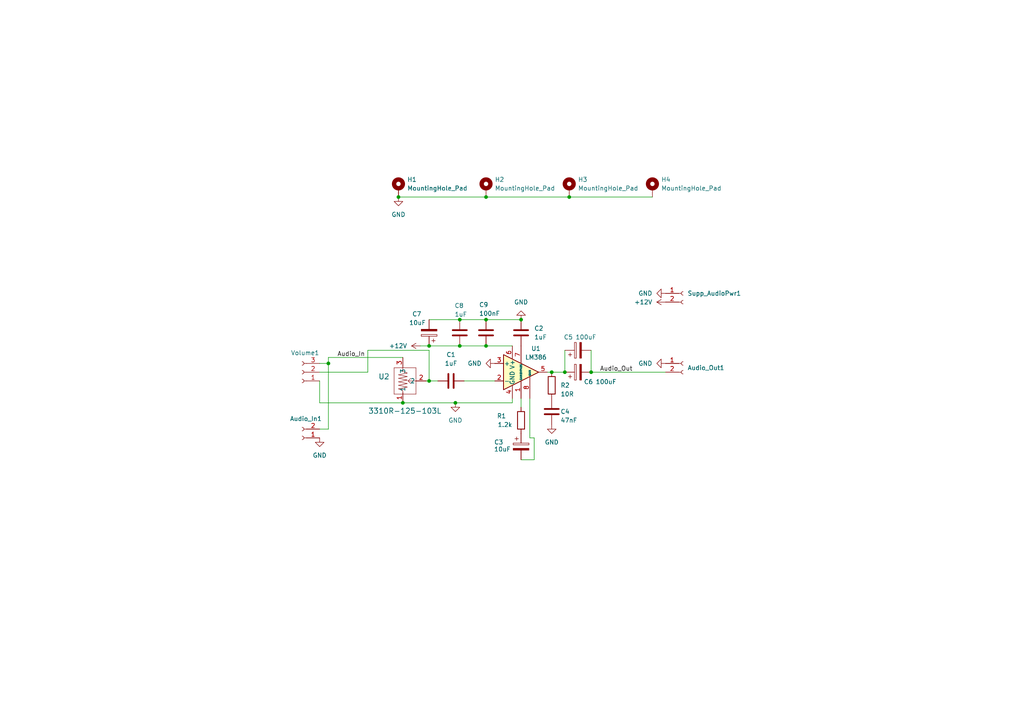
<source format=kicad_sch>
(kicad_sch (version 20231120) (generator "eeschema") (generator_version "8.0")
  (paper "A4")
  (title_block (title "Phasor Radio: Audio Power Amp") (date "2024-02-22") (rev "v1") (company "Stefan Meyre, HB9GZE"))
  (lib_symbols
    (symbol "Amplifier_Audio:LM386" (pin_names (offset 0.127))
      (property "Reference" "U" (at 1.27 7.62 0))
      (property "Value" "LM386" (at 1.27 5.08 0))
      (symbol "LM386_0_1"
        (polyline (pts (xy 5.08 0) (xy -5.08 5.08) (xy -5.08 -5.08) (xy 5.08 0)) (stroke (width 0.254)) (fill (type background)))
      )
      (symbol "LM386_1_1"
        (pin input line (at 0 -7.62 90) (length 5.08) (name "GAIN") (number "1"))
        (pin input line (at -7.62 -2.54 0) (length 2.54) (name "-") (number "2"))
        (pin input line (at -7.62 2.54 0) (length 2.54) (name "+") (number "3"))
        (pin power_in line (at -2.54 -7.62 90) (length 3.81) (name "GND") (number "4"))
        (pin output line (at 7.62 0 180) (length 2.54) (name "~") (number "5"))
        (pin power_in line (at -2.54 7.62 270) (length 3.81) (name "V+") (number "6"))
        (pin input line (at 0 7.62 270) (length 5.08) (name "BYPASS") (number "7"))
        (pin input line (at 2.54 -7.62 90) (length 6.35) (name "GAIN") (number "8"))
      )
    )
    (symbol "Connector:Conn_01x02_Socket" (pin_names (offset 1.016) hide)
      (property "Reference" "J" (at 0 2.54 0))
      (property "Value" "Conn_01x02_Socket" (at 0 -5.08 0))
      (symbol "Conn_01x02_Socket_1_1"
        (arc (start 0 -2.032) (mid -0.5058 -2.54) (end 0 -3.048) (stroke (width 0.1524)))
        (polyline (pts (xy -1.27 -2.54) (xy -0.508 -2.54)) (stroke (width 0.1524)))
        (polyline (pts (xy -1.27 0) (xy -0.508 0)) (stroke (width 0.1524)))
        (arc (start 0 0.508) (mid -0.5058 0) (end 0 -0.508) (stroke (width 0.1524)))
        (pin passive line (at -5.08 0 0) (length 3.81) (name "Pin_1") (number "1"))
        (pin passive line (at -5.08 -2.54 0) (length 3.81) (name "Pin_2") (number "2"))
      )
    )
    (symbol "Connector:Conn_01x03_Socket" (pin_names (offset 1.016) hide)
      (property "Reference" "J" (at 0 5.08 0))
      (property "Value" "Conn_01x03_Socket" (at 0 -5.08 0))
      (symbol "Conn_01x03_Socket_1_1"
        (arc (start 0 -2.032) (mid -0.5058 -2.54) (end 0 -3.048) (stroke (width 0.1524)))
        (polyline (pts (xy -1.27 -2.54) (xy -0.508 -2.54)) (stroke (width 0.1524)))
        (polyline (pts (xy -1.27 0) (xy -0.508 0)) (stroke (width 0.1524)))
        (polyline (pts (xy -1.27 2.54) (xy -0.508 2.54)) (stroke (width 0.1524)))
        (arc (start 0 0.508) (mid -0.5058 0) (end 0 -0.508) (stroke (width 0.1524)))
        (arc (start 0 3.048) (mid -0.5058 2.54) (end 0 2.032) (stroke (width 0.1524)))
        (pin passive line (at -5.08 2.54 0) (length 3.81) (name "Pin_1") (number "1"))
        (pin passive line (at -5.08 0 0) (length 3.81) (name "Pin_2") (number "2"))
        (pin passive line (at -5.08 -2.54 0) (length 3.81) (name "Pin_3") (number "3"))
      )
    )
    (symbol "Device:C" (pin_numbers hide) (pin_names (offset 0.254))
      (property "Reference" "C" (at 0.635 2.54 0))
      (property "Value" "C" (at 0.635 -2.54 0))
      (symbol "C_0_1"
        (polyline (pts (xy -2.032 -0.762) (xy 2.032 -0.762)) (stroke (width 0.508)))
        (polyline (pts (xy -2.032 0.762) (xy 2.032 0.762)) (stroke (width 0.508)))
      )
      (symbol "C_1_1"
        (pin passive line (at 0 3.81 270) (length 2.794) (name "~") (number "1"))
        (pin passive line (at 0 -3.81 90) (length 2.794) (name "~") (number "2"))
      )
    )
    (symbol "Device:C_Polarized" (pin_numbers hide) (pin_names (offset 0.254))
      (property "Reference" "C" (at 0.635 2.54 0))
      (property "Value" "C_Polarized" (at 0.635 -2.54 0))
      (symbol "C_Polarized_0_1"
        (rectangle (start -2.286 0.508) (end 2.286 1.016))
        (polyline (pts (xy -1.778 2.286) (xy -0.762 2.286)))
        (polyline (pts (xy -1.27 2.794) (xy -1.27 1.778)))
        (rectangle (start 2.286 -0.508) (end -2.286 -1.016) (fill (type outline)))
      )
      (symbol "C_Polarized_1_1"
        (pin passive line (at 0 3.81 270) (length 2.794) (name "~") (number "1"))
        (pin passive line (at 0 -3.81 90) (length 2.794) (name "~") (number "2"))
      )
    )
    (symbol "Device:R" (pin_numbers hide) (pin_names (offset 0))
      (property "Reference" "R" (at 2.032 0 90))
      (property "Value" "R" (at 0 0 90))
      (symbol "R_0_1"
        (rectangle (start -1.016 -2.54) (end 1.016 2.54) (stroke (width 0.254)))
      )
      (symbol "R_1_1"
        (pin passive line (at 0 3.81 270) (length 1.27) (name "~") (number "1"))
        (pin passive line (at 0 -3.81 90) (length 1.27) (name "~") (number "2"))
      )
    )
    (symbol "Mechanical:MountingHole_Pad" (pin_numbers hide) (pin_names (offset 1.016) hide)
      (property "Reference" "H" (at 0 6.35 0))
      (property "Value" "MountingHole_Pad" (at 0 4.445 0))
      (symbol "MountingHole_Pad_0_1"
        (circle (center 0 1.27) (radius 1.27) (stroke (width 1.27)))
      )
      (symbol "MountingHole_Pad_1_1"
        (pin input line (at 0 -2.54 90) (length 2.54) (name "1") (number "1"))
      )
    )
    (symbol "Private:3310R-125-103L" (pin_names (offset 0.254))
      (property "Reference" "U" (at 19.05 -6.35 0))
      (property "Value" "3310R-125-103L" (at 19.05 -8.89 0))
      (property "Footprint" "Private:3310R-125-103L" (at -5.08 -13.97 0))
      (symbol "3310R-125-103L_1_1"
        (polyline (pts (xy 16.51 -17.78) (xy 24.13 -17.78)) (stroke (width 0.127)))
        (polyline (pts (xy 16.51 -13.97) (xy 17.526 -13.97)) (stroke (width 0.127)))
        (polyline (pts (xy 16.51 -11.43) (xy 16.51 -17.78)) (stroke (width 0.127)))
        (polyline (pts (xy 17.526 -13.97) (xy 18.034 -12.7)) (stroke (width 0.127)))
        (polyline (pts (xy 18.034 -12.7) (xy 18.542 -15.24)) (stroke (width 0.127)))
        (polyline (pts (xy 18.542 -15.24) (xy 19.05 -12.7)) (stroke (width 0.127)))
        (polyline (pts (xy 19.05 -12.7) (xy 19.558 -15.24)) (stroke (width 0.127)))
        (polyline (pts (xy 19.558 -15.24) (xy 20.066 -12.7)) (stroke (width 0.127)))
        (polyline (pts (xy 20.066 -12.7) (xy 20.574 -15.24)) (stroke (width 0.127)))
        (polyline (pts (xy 20.32 -15.494) (xy 19.558 -16.256)) (stroke (width 0.127)))
        (polyline (pts (xy 20.32 -15.494) (xy 20.32 -17.78)) (stroke (width 0.127)))
        (polyline (pts (xy 20.32 -15.494) (xy 21.082 -16.256)) (stroke (width 0.127)))
        (polyline (pts (xy 20.574 -15.24) (xy 21.082 -12.7)) (stroke (width 0.127)))
        (polyline (pts (xy 21.082 -12.7) (xy 21.59 -15.24)) (stroke (width 0.127)))
        (polyline (pts (xy 21.59 -15.24) (xy 22.098 -12.7)) (stroke (width 0.127)))
        (polyline (pts (xy 22.098 -12.7) (xy 22.606 -15.24)) (stroke (width 0.127)))
        (polyline (pts (xy 22.606 -15.24) (xy 23.114 -13.97)) (stroke (width 0.127)))
        (polyline (pts (xy 23.114 -13.97) (xy 24.13 -13.97)) (stroke (width 0.127)))
        (polyline (pts (xy 24.13 -17.78) (xy 24.13 -11.43)) (stroke (width 0.127)))
        (polyline (pts (xy 24.13 -11.43) (xy 16.51 -11.43)) (stroke (width 0.127)))
        (pin unspecified line (at 13.97 -13.97 0) (length 3) (name "1") (number "1"))
        (pin unspecified line (at 20.32 -20.78 90) (length 3) (name "2") (number "2"))
        (pin unspecified line (at 27.13 -13.97 180) (length 3) (name "3") (number "3"))
      )
    )
    (symbol "power:+12V" (power) (pin_names (offset 0))
      (property "Value" "+12V" (at 0 3.556 0))
      (symbol "+12V_0_1"
        (polyline (pts (xy -0.762 1.27) (xy 0 2.54)))
        (polyline (pts (xy 0 0) (xy 0 2.54)))
        (polyline (pts (xy 0 2.54) (xy 0.762 1.27)))
      )
      (symbol "+12V_1_1"
        (pin power_in line (at 0 0 90) (length 0) hide (name "+12V") (number "1"))
      )
    )
    (symbol "power:GND" (power) (pin_names (offset 0))
      (property "Value" "GND" (at 0 -3.81 0))
      (symbol "GND_0_1"
        (polyline (pts (xy 0 0) (xy 0 -1.27) (xy 1.27 -1.27) (xy 0 -2.54) (xy -1.27 -1.27) (xy 0 -1.27)))
      )
      (symbol "GND_1_1"
        (pin power_in line (at 0 0 270) (length 0) hide (name "GND") (number "1"))
      )
    )
  )
  (junction (at 163.83 107.95))
  (junction (at 95.25 105.41))
  (junction (at 133.35 92.71))
  (junction (at 140.97 100.33))
  (junction (at 124.46 110.49))
  (junction (at 133.35 100.33))
  (junction (at 140.97 57.15))
  (junction (at 132.08 116.84))
  (junction (at 151.13 92.71))
  (junction (at 160.02 107.95))
  (junction (at 165.1 57.15))
  (junction (at 140.97 92.71))
  (junction (at 116.84 116.84))
  (junction (at 115.57 57.15))
  (junction (at 171.45 107.95))
  (junction (at 124.46 100.33))
  (wire (pts (xy 151.13 115.57) (xy 151.13 118.11)))
  (wire (pts (xy 148.59 116.84) (xy 148.59 115.57)))
  (wire (pts (xy 132.08 116.84) (xy 148.59 116.84)))
  (wire (pts (xy 106.68 101.6) (xy 124.46 101.6)))
  (wire (pts (xy 124.46 100.33) (xy 133.35 100.33)))
  (wire (pts (xy 121.92 100.33) (xy 124.46 100.33)))
  (wire (pts (xy 160.02 107.95) (xy 163.83 107.95)))
  (wire (pts (xy 154.94 127) (xy 153.67 127)))
  (wire (pts (xy 133.35 100.33) (xy 140.97 100.33)))
  (wire (pts (xy 154.94 133.35) (xy 154.94 127)))
  (wire (pts (xy 95.25 124.46) (xy 95.25 105.41)))
  (wire (pts (xy 92.71 105.41) (xy 95.25 105.41)))
  (wire (pts (xy 140.97 92.71) (xy 151.13 92.71)))
  (wire (pts (xy 95.25 105.41) (xy 95.25 103.68)))
  (wire (pts (xy 124.46 101.6) (xy 124.46 110.49)))
  (wire (pts (xy 124.46 110.49) (xy 127 110.49)))
  (wire (pts (xy 95.25 103.68) (xy 116.84 103.68)))
  (wire (pts (xy 140.97 100.33) (xy 148.59 100.33)))
  (wire (pts (xy 134.62 110.49) (xy 143.51 110.49)))
  (wire (pts (xy 116.84 116.84) (xy 132.08 116.84)))
  (wire (pts (xy 165.1 57.15) (xy 189.23 57.15)))
  (wire (pts (xy 115.57 57.15) (xy 140.97 57.15)))
  (wire (pts (xy 140.97 57.15) (xy 165.1 57.15)))
  (wire (pts (xy 163.83 101.6) (xy 163.83 107.95)))
  (wire (pts (xy 151.13 133.35) (xy 154.94 133.35)))
  (wire (pts (xy 124.46 92.71) (xy 133.35 92.71)))
  (wire (pts (xy 92.71 107.95) (xy 106.68 107.95)))
  (wire (pts (xy 171.45 107.95) (xy 193.04 107.95)))
  (wire (pts (xy 171.45 101.6) (xy 171.45 107.95)))
  (wire (pts (xy 106.68 107.95) (xy 106.68 101.6)))
  (wire (pts (xy 116.84 116.84) (xy 92.71 116.84)))
  (wire (pts (xy 92.71 124.46) (xy 95.25 124.46)))
  (wire (pts (xy 153.67 115.57) (xy 153.67 127)))
  (wire (pts (xy 123.65 110.49) (xy 124.46 110.49)))
  (wire (pts (xy 158.75 107.95) (xy 160.02 107.95)))
  (wire (pts (xy 92.71 116.84) (xy 92.71 110.49)))
  (wire (pts (xy 133.35 92.71) (xy 140.97 92.71)))
  (label "Audio_In" (at 97.8195 103.68 0))
  (label "Audio_Out" (at 173.99 107.95 0))
  (symbol (lib_id "power:GND") (at 160.02 123.19 0) (unit 1)
    (property "Reference" "#PWR03" (effects (hide yes)))
    (property "Value" "GND" (at 160.02 128.27 0))
  )
  (symbol (lib_id "Connector:Conn_01x02_Socket") (at 198.12 105.41 0) (unit 1)
    (property "Reference" "Audio_Out1" (at 199.39 106.68 0) (effects (justify left)))
    (property "Value" "Conn_01x02_Socket" (effects (hide yes)))
    (property "Footprint" "Connector_JST:JST_EH_B2B-EH-A_1x02_P2.50mm_Vertical" (effects (hide yes)))
  )
  (symbol (lib_id "Device:C_Polarized") (at 167.64 101.6 90) (unit 1)
    (property "Reference" "C5" (at 164.846 97.79 90))
    (property "Value" "100uF" (at 169.926 97.79 90))
    (property "Footprint" "Capacitor_SMD:CP_Elec_6.3x5.7" (effects (hide yes)))
  )
  (symbol (lib_id "Connector:Conn_01x02_Socket") (at 198.12 85.09 0) (unit 1)
    (property "Reference" "Supp_AudioPwr1" (at 199.39 85.09 0) (effects (justify left)))
    (property "Value" "Supp_AudioPwr" (effects (hide yes)))
    (property "Footprint" "Connector_JST:JST_EH_B2B-EH-A_1x02_P2.50mm_Vertical" (effects (hide yes)))
  )
  (symbol (lib_id "Device:C_Polarized") (at 124.46 96.52 180) (unit 1)
    (property "Reference" "C7" (at 122.2388 91.0748 0) (effects (justify left)))
    (property "Value" "10uF" (at 123.5088 93.6148 0) (effects (justify left)))
    (property "Footprint" "Capacitor_SMD:CP_Elec_5x3.9" (effects (hide yes)))
  )
  (symbol (lib_id "power:GND") (at 132.08 116.84 0) (unit 1)
    (property "Reference" "#PWR01" (effects (hide yes)))
    (property "Value" "GND" (at 132.08 121.92 0))
  )
  (symbol (lib_id "Connector:Conn_01x02_Socket") (at 87.63 127 180) (unit 1)
    (property "Reference" "Audio_In1" (at 88.7219 121.4533 0))
    (property "Value" "Conn_01x02_Socket" (effects (hide yes)))
    (property "Footprint" "Connector_JST:JST_EH_B2B-EH-A_1x02_P2.50mm_Vertical" (effects (hide yes)))
  )
  (symbol (lib_id "Device:C") (at 130.81 110.49 90) (unit 1)
    (property "Reference" "C1" (at 130.81 102.87 90))
    (property "Value" "1uF" (at 130.81 105.41 90))
    (property "Footprint" "Capacitor_SMD:C_0805_2012Metric_Pad1.18x1.45mm_HandSolder" (effects (hide yes)))
  )
  (symbol (lib_id "Connector:Conn_01x03_Socket") (at 87.63 107.95 180) (unit 1)
    (property "Reference" "Volume1" (at 88.4814 102.3516 0))
    (property "Value" "Volume" (effects (hide yes)))
    (property "Footprint" "Connector_JST:JST_EH_B3B-EH-A_1x03_P2.50mm_Vertical" (effects (hide yes)))
  )
  (symbol (lib_id "power:GND") (at 115.57 57.15 0) (unit 1)
    (property "Reference" "#PWR08" (effects (hide yes)))
    (property "Value" "GND" (at 115.57 62.23 0))
  )
  (symbol (lib_id "Amplifier_Audio:LM386") (at 151.13 107.95 0) (unit 1)
    (property "Reference" "U1" (at 155.448 101.092 0))
    (property "Value" "LM386" (at 155.448 103.632 0))
    (property "Footprint" "Package_SO:SOIC-8_3.9x4.9mm_P1.27mm" (effects (hide yes)))
    (property "Datasheet" "http://www.ti.com/lit/ds/symlink/lm386.pdf" (effects (hide yes)))
  )
  (symbol (lib_id "Device:R") (at 151.13 121.92 0) (mirror x) (unit 1)
    (property "Reference" "R1" (at 146.812 120.65 0) (effects (justify right)))
    (property "Value" "1.2k" (at 148.59 123.19 0) (effects (justify right)))
    (property "Footprint" "Resistor_SMD:R_0805_2012Metric_Pad1.20x1.40mm_HandSolder" (effects (hide yes)))
  )
  (symbol (lib_id "Device:R") (at 160.02 111.76 180) (unit 1)
    (property "Reference" "R2" (at 162.56 111.76 0) (effects (justify right)))
    (property "Value" "10R" (at 162.56 114.3 0) (effects (justify right)))
    (property "Footprint" "Resistor_SMD:R_0805_2012Metric_Pad1.20x1.40mm_HandSolder" (effects (hide yes)))
  )
  (symbol (lib_id "power:GND") (at 193.04 85.09 270) (unit 1)
    (property "Reference" "#PWR06" (effects (hide yes)))
    (property "Value" "GND" (at 189.23 85.09 90) (effects (justify right)))
  )
  (symbol (lib_id "power:GND") (at 143.51 105.41 270) (unit 1)
    (property "Reference" "#PWR02" (effects (hide yes)))
    (property "Value" "GND" (at 139.7 105.41 90) (effects (justify right)))
  )
  (symbol (lib_id "Private:3310R-125-103L") (at 102.87 130.81 90) (unit 1)
    (property "Reference" "U2" (at 113.03 109.22 90) (effects (font (size 1.524 1.524)) (justify left)))
    (property "Value" "3310R-125-103L" (at 128.0776 119.184 90) (effects (font (size 1.524 1.524)) (justify left)))
    (property "Footprint" "Private:3310R-125-103L" (effects (hide yes)))
    (property "Datasheet" "3310R-125-103L" (effects (hide yes)))
  )
  (symbol (lib_id "Device:C") (at 151.13 96.52 180) (unit 1)
    (property "Reference" "C2" (at 154.94 95.25 0) (effects (justify right)))
    (property "Value" "1uF" (at 154.94 97.79 0) (effects (justify right)))
    (property "Footprint" "Capacitor_SMD:C_0805_2012Metric_Pad1.18x1.45mm_HandSolder" (effects (hide yes)))
  )
  (symbol (lib_id "Device:C_Polarized") (at 151.13 129.54 0) (unit 1)
    (property "Reference" "C3" (at 143.3 128.2535 0) (effects (justify left)))
    (property "Value" "10uF" (at 143.256 130.302 0) (effects (justify left)))
    (property "Footprint" "Capacitor_SMD:CP_Elec_5x3.9" (effects (hide yes)))
  )
  (symbol (lib_id "power:GND") (at 92.71 127 0) (unit 1)
    (property "Reference" "#PWR09" (effects (hide yes)))
    (property "Value" "GND" (at 92.71 132.08 0))
  )
  (symbol (lib_id "power:+12V") (at 121.92 100.33 90) (unit 1)
    (property "Reference" "#PWR05" (effects (hide yes)))
    (property "Value" "+12V" (at 118.11 100.33 90) (effects (justify left)))
  )
  (symbol (lib_id "Mechanical:MountingHole_Pad") (at 140.97 54.61 0) (unit 1)
    (property "Reference" "H2" (at 143.51 52.07 0) (effects (justify left)))
    (property "Value" "MountingHole_Pad" (at 143.51 54.61 0) (effects (justify left)))
    (property "Footprint" "MountingHole:MountingHole_2.5mm_Pad_TopBottom" (effects (hide yes)))
  )
  (symbol (lib_id "power:GND") (at 193.04 105.41 270) (unit 1)
    (property "Reference" "#PWR010" (effects (hide yes)))
    (property "Value" "GND" (at 189.23 105.41 90) (effects (justify right)))
  )
  (symbol (lib_id "power:GND") (at 151.13 92.71 180) (unit 1)
    (property "Reference" "#PWR04" (effects (hide yes)))
    (property "Value" "GND" (at 151.13 87.63 0))
  )
  (symbol (lib_id "Mechanical:MountingHole_Pad") (at 189.23 54.61 0) (unit 1)
    (property "Reference" "H4" (at 191.77 52.07 0) (effects (justify left)))
    (property "Value" "MountingHole_Pad" (at 191.77 54.61 0) (effects (justify left)))
    (property "Footprint" "MountingHole:MountingHole_2.5mm_Pad_TopBottom" (effects (hide yes)))
  )
  (symbol (lib_id "Device:C") (at 140.97 96.52 180) (unit 1)
    (property "Reference" "C9" (at 138.938 88.392 0) (effects (justify right)))
    (property "Value" "100nF" (at 138.938 90.932 0) (effects (justify right)))
    (property "Footprint" "Capacitor_SMD:C_0805_2012Metric_Pad1.18x1.45mm_HandSolder" (effects (hide yes)))
  )
  (symbol (lib_id "Mechanical:MountingHole_Pad") (at 115.57 54.61 0) (unit 1)
    (property "Reference" "H1" (at 118.11 52.07 0) (effects (justify left)))
    (property "Value" "MountingHole_Pad" (at 118.11 54.61 0) (effects (justify left)))
    (property "Footprint" "MountingHole:MountingHole_2.5mm_Pad_TopBottom" (effects (hide yes)))
  )
  (symbol (lib_id "Device:C_Polarized") (at 167.64 107.95 90) (unit 1)
    (property "Reference" "C6" (at 170.688 110.744 90))
    (property "Value" "100uF" (at 175.768 110.744 90))
    (property "Footprint" "Capacitor_SMD:CP_Elec_6.3x5.7" (effects (hide yes)))
  )
  (symbol (lib_id "Device:C") (at 160.02 119.38 180) (unit 1)
    (property "Reference" "C4" (at 162.56 119.38 0) (effects (justify right)))
    (property "Value" "47nF" (at 162.56 121.92 0) (effects (justify right)))
    (property "Footprint" "Capacitor_SMD:C_0805_2012Metric_Pad1.18x1.45mm_HandSolder" (effects (hide yes)))
  )
  (symbol (lib_id "Device:C") (at 133.35 96.52 180) (unit 1)
    (property "Reference" "C8" (at 131.826 88.646 0) (effects (justify right)))
    (property "Value" "1uF" (at 131.826 91.186 0) (effects (justify right)))
    (property "Footprint" "Capacitor_SMD:C_0805_2012Metric_Pad1.18x1.45mm_HandSolder" (effects (hide yes)))
  )
  (symbol (lib_id "Mechanical:MountingHole_Pad") (at 165.1 54.61 0) (unit 1)
    (property "Reference" "H3" (at 167.64 52.07 0) (effects (justify left)))
    (property "Value" "MountingHole_Pad" (at 167.64 54.61 0) (effects (justify left)))
    (property "Footprint" "MountingHole:MountingHole_2.5mm_Pad_TopBottom" (effects (hide yes)))
  )
  (symbol (lib_id "power:+12V") (at 193.04 87.63 90) (unit 1)
    (property "Reference" "#PWR07" (effects (hide yes)))
    (property "Value" "+12V" (at 189.23 87.63 90) (effects (justify left)))
  )
)
</source>
